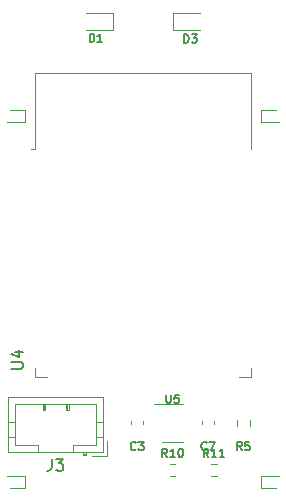
<source format=gbr>
G04 #@! TF.GenerationSoftware,KiCad,Pcbnew,(5.1.10)-1*
G04 #@! TF.CreationDate,2021-12-13T18:57:16+09:00*
G04 #@! TF.ProjectId,cat_toilet,6361745f-746f-4696-9c65-742e6b696361,rev?*
G04 #@! TF.SameCoordinates,Original*
G04 #@! TF.FileFunction,Legend,Top*
G04 #@! TF.FilePolarity,Positive*
%FSLAX46Y46*%
G04 Gerber Fmt 4.6, Leading zero omitted, Abs format (unit mm)*
G04 Created by KiCad (PCBNEW (5.1.10)-1) date 2021-12-13 18:57:16*
%MOMM*%
%LPD*%
G01*
G04 APERTURE LIST*
%ADD10C,0.050000*%
%ADD11C,0.120000*%
%ADD12C,0.150000*%
G04 APERTURE END LIST*
D10*
X1500000Y-41000000D02*
X250000Y-41000000D01*
X1500000Y-40000000D02*
X1500000Y-41000000D01*
X0Y-39999999D02*
X1500000Y-40000000D01*
X21500000Y-40000000D02*
X23000000Y-40000000D01*
X21500000Y-41000000D02*
X21500000Y-40000000D01*
X22750000Y-41000000D02*
X21500000Y-41000000D01*
X21500000Y-9000000D02*
X22750000Y-9000000D01*
X21500000Y-10000000D02*
X21500000Y-9000000D01*
X23000000Y-10000000D02*
X21500000Y-10000000D01*
X1500000Y-10000000D02*
X0Y-10000000D01*
X1500000Y-9000000D02*
X1500000Y-10000000D01*
X250000Y-9000000D02*
X1500000Y-9000000D01*
D11*
X17262742Y-38977500D02*
X17737258Y-38977500D01*
X17262742Y-40022500D02*
X17737258Y-40022500D01*
X13762742Y-38977500D02*
X14237258Y-38977500D01*
X13762742Y-40022500D02*
X14237258Y-40022500D01*
X8160000Y-38010000D02*
X8160000Y-33290000D01*
X8160000Y-33290000D02*
X40000Y-33290000D01*
X40000Y-33290000D02*
X40000Y-38010000D01*
X40000Y-38010000D02*
X8160000Y-38010000D01*
X6400000Y-38010000D02*
X6400000Y-38210000D01*
X6400000Y-38210000D02*
X6700000Y-38210000D01*
X6700000Y-38210000D02*
X6700000Y-38010000D01*
X6400000Y-38110000D02*
X6700000Y-38110000D01*
X5600000Y-38010000D02*
X5600000Y-37400000D01*
X5600000Y-37400000D02*
X7550000Y-37400000D01*
X7550000Y-37400000D02*
X7550000Y-33900000D01*
X7550000Y-33900000D02*
X650000Y-33900000D01*
X650000Y-33900000D02*
X650000Y-37400000D01*
X650000Y-37400000D02*
X2600000Y-37400000D01*
X2600000Y-37400000D02*
X2600000Y-38010000D01*
X8160000Y-36700000D02*
X7550000Y-36700000D01*
X8160000Y-35400000D02*
X7550000Y-35400000D01*
X40000Y-36700000D02*
X650000Y-36700000D01*
X40000Y-35400000D02*
X650000Y-35400000D01*
X5200000Y-33900000D02*
X5200000Y-34400000D01*
X5200000Y-34400000D02*
X5000000Y-34400000D01*
X5000000Y-34400000D02*
X5000000Y-33900000D01*
X5100000Y-33900000D02*
X5100000Y-34400000D01*
X3200000Y-33900000D02*
X3200000Y-34400000D01*
X3200000Y-34400000D02*
X3000000Y-34400000D01*
X3000000Y-34400000D02*
X3000000Y-33900000D01*
X3100000Y-33900000D02*
X3100000Y-34400000D01*
X7210000Y-38310000D02*
X8460000Y-38310000D01*
X8460000Y-38310000D02*
X8460000Y-37060000D01*
X6700000Y-2235000D02*
X8985000Y-2235000D01*
X8985000Y-2235000D02*
X8985000Y-765000D01*
X8985000Y-765000D02*
X6700000Y-765000D01*
X13100000Y-37110000D02*
X14900000Y-37110000D01*
X14900000Y-33890000D02*
X12450000Y-33890000D01*
X2380000Y-30850000D02*
X2380000Y-31630000D01*
X2380000Y-31630000D02*
X3380000Y-31630000D01*
X20620000Y-30850000D02*
X20620000Y-31630000D01*
X20620000Y-31630000D02*
X19620000Y-31630000D01*
X2380000Y-5885000D02*
X20620000Y-5885000D01*
X20620000Y-5885000D02*
X20620000Y-12305000D01*
X2380000Y-5885000D02*
X2380000Y-12305000D01*
X2380000Y-12305000D02*
X2000000Y-12305000D01*
X20522500Y-35245276D02*
X20522500Y-35754724D01*
X19477500Y-35245276D02*
X19477500Y-35754724D01*
X16300000Y-765000D02*
X14015000Y-765000D01*
X14015000Y-765000D02*
X14015000Y-2235000D01*
X14015000Y-2235000D02*
X16300000Y-2235000D01*
X17510000Y-35359420D02*
X17510000Y-35640580D01*
X16490000Y-35359420D02*
X16490000Y-35640580D01*
X11510000Y-35359420D02*
X11510000Y-35640580D01*
X10490000Y-35359420D02*
X10490000Y-35640580D01*
D12*
X17050000Y-38386666D02*
X16816666Y-38053333D01*
X16650000Y-38386666D02*
X16650000Y-37686666D01*
X16916666Y-37686666D01*
X16983333Y-37720000D01*
X17016666Y-37753333D01*
X17050000Y-37820000D01*
X17050000Y-37920000D01*
X17016666Y-37986666D01*
X16983333Y-38020000D01*
X16916666Y-38053333D01*
X16650000Y-38053333D01*
X17716666Y-38386666D02*
X17316666Y-38386666D01*
X17516666Y-38386666D02*
X17516666Y-37686666D01*
X17450000Y-37786666D01*
X17383333Y-37853333D01*
X17316666Y-37886666D01*
X18383333Y-38386666D02*
X17983333Y-38386666D01*
X18183333Y-38386666D02*
X18183333Y-37686666D01*
X18116666Y-37786666D01*
X18050000Y-37853333D01*
X17983333Y-37886666D01*
X13550000Y-38386666D02*
X13316666Y-38053333D01*
X13150000Y-38386666D02*
X13150000Y-37686666D01*
X13416666Y-37686666D01*
X13483333Y-37720000D01*
X13516666Y-37753333D01*
X13550000Y-37820000D01*
X13550000Y-37920000D01*
X13516666Y-37986666D01*
X13483333Y-38020000D01*
X13416666Y-38053333D01*
X13150000Y-38053333D01*
X14216666Y-38386666D02*
X13816666Y-38386666D01*
X14016666Y-38386666D02*
X14016666Y-37686666D01*
X13950000Y-37786666D01*
X13883333Y-37853333D01*
X13816666Y-37886666D01*
X14650000Y-37686666D02*
X14716666Y-37686666D01*
X14783333Y-37720000D01*
X14816666Y-37753333D01*
X14850000Y-37820000D01*
X14883333Y-37953333D01*
X14883333Y-38120000D01*
X14850000Y-38253333D01*
X14816666Y-38320000D01*
X14783333Y-38353333D01*
X14716666Y-38386666D01*
X14650000Y-38386666D01*
X14583333Y-38353333D01*
X14550000Y-38320000D01*
X14516666Y-38253333D01*
X14483333Y-38120000D01*
X14483333Y-37953333D01*
X14516666Y-37820000D01*
X14550000Y-37753333D01*
X14583333Y-37720000D01*
X14650000Y-37686666D01*
X3766666Y-38552380D02*
X3766666Y-39266666D01*
X3719047Y-39409523D01*
X3623809Y-39504761D01*
X3480952Y-39552380D01*
X3385714Y-39552380D01*
X4147619Y-38552380D02*
X4766666Y-38552380D01*
X4433333Y-38933333D01*
X4576190Y-38933333D01*
X4671428Y-38980952D01*
X4719047Y-39028571D01*
X4766666Y-39123809D01*
X4766666Y-39361904D01*
X4719047Y-39457142D01*
X4671428Y-39504761D01*
X4576190Y-39552380D01*
X4290476Y-39552380D01*
X4195238Y-39504761D01*
X4147619Y-39457142D01*
X6983333Y-3246666D02*
X6983333Y-2546666D01*
X7150000Y-2546666D01*
X7250000Y-2580000D01*
X7316666Y-2646666D01*
X7350000Y-2713333D01*
X7383333Y-2846666D01*
X7383333Y-2946666D01*
X7350000Y-3080000D01*
X7316666Y-3146666D01*
X7250000Y-3213333D01*
X7150000Y-3246666D01*
X6983333Y-3246666D01*
X8050000Y-3246666D02*
X7650000Y-3246666D01*
X7850000Y-3246666D02*
X7850000Y-2546666D01*
X7783333Y-2646666D01*
X7716666Y-2713333D01*
X7650000Y-2746666D01*
X13466666Y-33116666D02*
X13466666Y-33683333D01*
X13500000Y-33750000D01*
X13533333Y-33783333D01*
X13600000Y-33816666D01*
X13733333Y-33816666D01*
X13800000Y-33783333D01*
X13833333Y-33750000D01*
X13866666Y-33683333D01*
X13866666Y-33116666D01*
X14533333Y-33116666D02*
X14200000Y-33116666D01*
X14166666Y-33450000D01*
X14200000Y-33416666D01*
X14266666Y-33383333D01*
X14433333Y-33383333D01*
X14500000Y-33416666D01*
X14533333Y-33450000D01*
X14566666Y-33516666D01*
X14566666Y-33683333D01*
X14533333Y-33750000D01*
X14500000Y-33783333D01*
X14433333Y-33816666D01*
X14266666Y-33816666D01*
X14200000Y-33783333D01*
X14166666Y-33750000D01*
X342380Y-30941904D02*
X1151904Y-30941904D01*
X1247142Y-30894285D01*
X1294761Y-30846666D01*
X1342380Y-30751428D01*
X1342380Y-30560952D01*
X1294761Y-30465714D01*
X1247142Y-30418095D01*
X1151904Y-30370476D01*
X342380Y-30370476D01*
X675714Y-29465714D02*
X1342380Y-29465714D01*
X294761Y-29703809D02*
X1009047Y-29941904D01*
X1009047Y-29322857D01*
X19883333Y-37816666D02*
X19650000Y-37483333D01*
X19483333Y-37816666D02*
X19483333Y-37116666D01*
X19750000Y-37116666D01*
X19816666Y-37150000D01*
X19850000Y-37183333D01*
X19883333Y-37250000D01*
X19883333Y-37350000D01*
X19850000Y-37416666D01*
X19816666Y-37450000D01*
X19750000Y-37483333D01*
X19483333Y-37483333D01*
X20516666Y-37116666D02*
X20183333Y-37116666D01*
X20150000Y-37450000D01*
X20183333Y-37416666D01*
X20250000Y-37383333D01*
X20416666Y-37383333D01*
X20483333Y-37416666D01*
X20516666Y-37450000D01*
X20550000Y-37516666D01*
X20550000Y-37683333D01*
X20516666Y-37750000D01*
X20483333Y-37783333D01*
X20416666Y-37816666D01*
X20250000Y-37816666D01*
X20183333Y-37783333D01*
X20150000Y-37750000D01*
X14983333Y-3316666D02*
X14983333Y-2616666D01*
X15150000Y-2616666D01*
X15250000Y-2650000D01*
X15316666Y-2716666D01*
X15350000Y-2783333D01*
X15383333Y-2916666D01*
X15383333Y-3016666D01*
X15350000Y-3150000D01*
X15316666Y-3216666D01*
X15250000Y-3283333D01*
X15150000Y-3316666D01*
X14983333Y-3316666D01*
X15616666Y-2616666D02*
X16050000Y-2616666D01*
X15816666Y-2883333D01*
X15916666Y-2883333D01*
X15983333Y-2916666D01*
X16016666Y-2950000D01*
X16050000Y-3016666D01*
X16050000Y-3183333D01*
X16016666Y-3250000D01*
X15983333Y-3283333D01*
X15916666Y-3316666D01*
X15716666Y-3316666D01*
X15650000Y-3283333D01*
X15616666Y-3250000D01*
X16883333Y-37750000D02*
X16850000Y-37783333D01*
X16750000Y-37816666D01*
X16683333Y-37816666D01*
X16583333Y-37783333D01*
X16516666Y-37716666D01*
X16483333Y-37650000D01*
X16450000Y-37516666D01*
X16450000Y-37416666D01*
X16483333Y-37283333D01*
X16516666Y-37216666D01*
X16583333Y-37150000D01*
X16683333Y-37116666D01*
X16750000Y-37116666D01*
X16850000Y-37150000D01*
X16883333Y-37183333D01*
X17116666Y-37116666D02*
X17583333Y-37116666D01*
X17283333Y-37816666D01*
X10883333Y-37750000D02*
X10850000Y-37783333D01*
X10750000Y-37816666D01*
X10683333Y-37816666D01*
X10583333Y-37783333D01*
X10516666Y-37716666D01*
X10483333Y-37650000D01*
X10450000Y-37516666D01*
X10450000Y-37416666D01*
X10483333Y-37283333D01*
X10516666Y-37216666D01*
X10583333Y-37150000D01*
X10683333Y-37116666D01*
X10750000Y-37116666D01*
X10850000Y-37150000D01*
X10883333Y-37183333D01*
X11116666Y-37116666D02*
X11550000Y-37116666D01*
X11316666Y-37383333D01*
X11416666Y-37383333D01*
X11483333Y-37416666D01*
X11516666Y-37450000D01*
X11550000Y-37516666D01*
X11550000Y-37683333D01*
X11516666Y-37750000D01*
X11483333Y-37783333D01*
X11416666Y-37816666D01*
X11216666Y-37816666D01*
X11150000Y-37783333D01*
X11116666Y-37750000D01*
M02*

</source>
